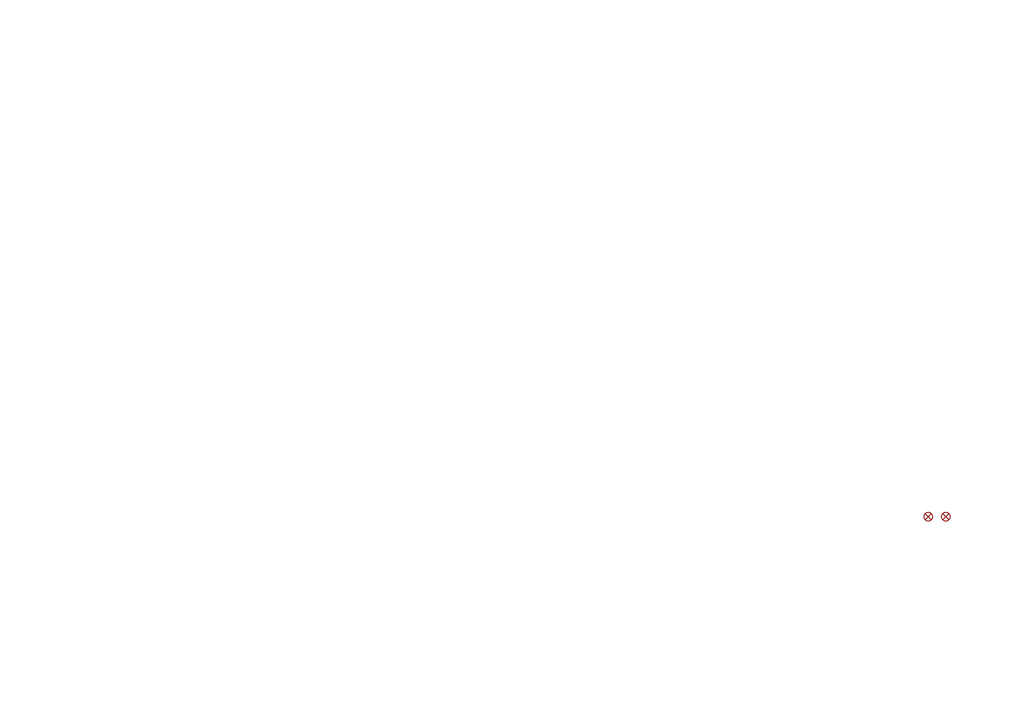
<source format=kicad_sch>
(kicad_sch (version 20250114) (generator "eeschema") (generator_version "9.0")
  (paper "A4")
  (lib_symbols
    (symbol "Adafruit PAM8302-eagle-import:FIDUCIAL{dblquote}{dblquote}"
      (symbol "FIDUCIAL{dblquote}{dblquote}_1_0"
        (polyline (pts (xy -0.762 0.762) (xy 0.762 -0.762)) (stroke (width 0.254)))
        (circle (center 0 0) (radius 1.27) (stroke (width 0.254)))
        (polyline (pts (xy 0.762 0.762) (xy -0.762 -0.762)) (stroke (width 0.254)))
      )
    )
  )
  (symbol (lib_id "Adafruit PAM8302-eagle-import:FIDUCIAL{dblquote}{dblquote}") (at 274.32 149.86 0) (unit 1)
    (property "Reference" "FID1" (effects (hide yes)))
    (property "Value" "FIDUCIAL{dblquote}{dblquote}" (effects (hide yes)))
    (property "Footprint" "Adafruit PAM8302:FIDUCIAL_1MM" (effects (hide yes)))
  )
  (symbol (lib_id "Adafruit PAM8302-eagle-import:FIDUCIAL{dblquote}{dblquote}") (at 269.24 149.86 0) (unit 1)
    (property "Reference" "FID2" (effects (hide yes)))
    (property "Value" "FIDUCIAL{dblquote}{dblquote}" (effects (hide yes)))
    (property "Footprint" "Adafruit PAM8302:FIDUCIAL_1MM" (effects (hide yes)))
  )
)
</source>
